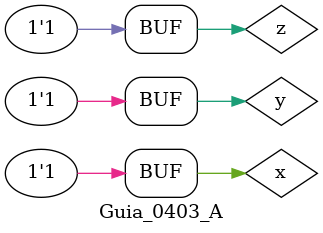
<source format=v>
/**
 * @file Guia_0403_A.v
 * @author 784778 - Wallace Freitas Oliveira (https://github.com/Olivwallace)
 * @brief Guia 04 Exercicio 03 - Arquitetura de Computadores I (PUC-Minas 1°/2023)
 * @date 03-03-2023
 */

`timescale 1ps/1ps
 `include "Guia_0403.v"

 module Guia_0403_A;
    reg x, y, z;
    wire s1;

    //Instanciamento
    Questao_A A (s1, x, y, z);

    //Inicializacao de Valores
    initial begin
        x = 1'b0; y = 1'b0; z = 1'b0;
    end

    //Principal
    initial begin : main
        
        
        $display("Teste Guia_0403 - Expressao Booleana - A");
        
        //Questao A;
        $display("\na) f (x,y,z) =   S m ( 2, 3, 5, 7 ) \n");
        
        //Monitoramento
        $display("|  x  y  z |  S  |");
        $monitor("| %2b %2b %2b | %2b  |", x, y, z, s1);

         //Sinalizacao
        #1 x=0; y=0; z=0; //0
        #1 x=0; y=0; z=1; //1
        #1 x=0; y=1; z=0; //2
        #1 x=0; y=1; z=1; //3
        #1 x=1; y=0; z=0; //4
        #1 x=1; y=0; z=1; //5
        #1 x=1; y=1; z=0; //6
        #1 x=1; y=1; z=1; //7
    end

 endmodule
</source>
